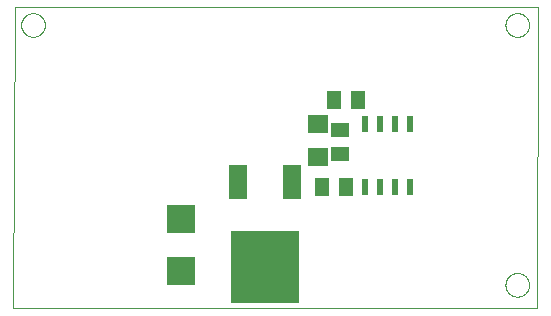
<source format=gtp>
G75*
%MOIN*%
%OFA0B0*%
%FSLAX25Y25*%
%IPPOS*%
%LPD*%
%AMOC8*
5,1,8,0,0,1.08239X$1,22.5*
%
%ADD10C,0.00000*%
%ADD11R,0.02362X0.05512*%
%ADD12R,0.22835X0.24409*%
%ADD13R,0.06299X0.11811*%
%ADD14R,0.05906X0.05118*%
%ADD15R,0.07087X0.06299*%
%ADD16R,0.09449X0.09449*%
%ADD17R,0.05118X0.05906*%
D10*
X0003833Y0004000D02*
X0178333Y0004000D01*
X0178833Y0104394D01*
X0004333Y0104394D01*
X0003833Y0004000D01*
X0006522Y0098488D02*
X0006524Y0098613D01*
X0006530Y0098738D01*
X0006540Y0098862D01*
X0006554Y0098986D01*
X0006571Y0099110D01*
X0006593Y0099233D01*
X0006619Y0099355D01*
X0006648Y0099477D01*
X0006681Y0099597D01*
X0006719Y0099716D01*
X0006759Y0099835D01*
X0006804Y0099951D01*
X0006852Y0100066D01*
X0006904Y0100180D01*
X0006960Y0100292D01*
X0007019Y0100402D01*
X0007081Y0100510D01*
X0007147Y0100617D01*
X0007216Y0100721D01*
X0007289Y0100822D01*
X0007364Y0100922D01*
X0007443Y0101019D01*
X0007525Y0101113D01*
X0007610Y0101205D01*
X0007697Y0101294D01*
X0007788Y0101380D01*
X0007881Y0101463D01*
X0007977Y0101544D01*
X0008075Y0101621D01*
X0008175Y0101695D01*
X0008278Y0101766D01*
X0008383Y0101833D01*
X0008491Y0101898D01*
X0008600Y0101958D01*
X0008711Y0102016D01*
X0008824Y0102069D01*
X0008938Y0102119D01*
X0009054Y0102166D01*
X0009171Y0102208D01*
X0009290Y0102247D01*
X0009410Y0102283D01*
X0009531Y0102314D01*
X0009653Y0102342D01*
X0009775Y0102365D01*
X0009899Y0102385D01*
X0010023Y0102401D01*
X0010147Y0102413D01*
X0010272Y0102421D01*
X0010397Y0102425D01*
X0010521Y0102425D01*
X0010646Y0102421D01*
X0010771Y0102413D01*
X0010895Y0102401D01*
X0011019Y0102385D01*
X0011143Y0102365D01*
X0011265Y0102342D01*
X0011387Y0102314D01*
X0011508Y0102283D01*
X0011628Y0102247D01*
X0011747Y0102208D01*
X0011864Y0102166D01*
X0011980Y0102119D01*
X0012094Y0102069D01*
X0012207Y0102016D01*
X0012318Y0101958D01*
X0012428Y0101898D01*
X0012535Y0101833D01*
X0012640Y0101766D01*
X0012743Y0101695D01*
X0012843Y0101621D01*
X0012941Y0101544D01*
X0013037Y0101463D01*
X0013130Y0101380D01*
X0013221Y0101294D01*
X0013308Y0101205D01*
X0013393Y0101113D01*
X0013475Y0101019D01*
X0013554Y0100922D01*
X0013629Y0100822D01*
X0013702Y0100721D01*
X0013771Y0100617D01*
X0013837Y0100510D01*
X0013899Y0100402D01*
X0013958Y0100292D01*
X0014014Y0100180D01*
X0014066Y0100066D01*
X0014114Y0099951D01*
X0014159Y0099835D01*
X0014199Y0099716D01*
X0014237Y0099597D01*
X0014270Y0099477D01*
X0014299Y0099355D01*
X0014325Y0099233D01*
X0014347Y0099110D01*
X0014364Y0098986D01*
X0014378Y0098862D01*
X0014388Y0098738D01*
X0014394Y0098613D01*
X0014396Y0098488D01*
X0014394Y0098363D01*
X0014388Y0098238D01*
X0014378Y0098114D01*
X0014364Y0097990D01*
X0014347Y0097866D01*
X0014325Y0097743D01*
X0014299Y0097621D01*
X0014270Y0097499D01*
X0014237Y0097379D01*
X0014199Y0097260D01*
X0014159Y0097141D01*
X0014114Y0097025D01*
X0014066Y0096910D01*
X0014014Y0096796D01*
X0013958Y0096684D01*
X0013899Y0096574D01*
X0013837Y0096466D01*
X0013771Y0096359D01*
X0013702Y0096255D01*
X0013629Y0096154D01*
X0013554Y0096054D01*
X0013475Y0095957D01*
X0013393Y0095863D01*
X0013308Y0095771D01*
X0013221Y0095682D01*
X0013130Y0095596D01*
X0013037Y0095513D01*
X0012941Y0095432D01*
X0012843Y0095355D01*
X0012743Y0095281D01*
X0012640Y0095210D01*
X0012535Y0095143D01*
X0012427Y0095078D01*
X0012318Y0095018D01*
X0012207Y0094960D01*
X0012094Y0094907D01*
X0011980Y0094857D01*
X0011864Y0094810D01*
X0011747Y0094768D01*
X0011628Y0094729D01*
X0011508Y0094693D01*
X0011387Y0094662D01*
X0011265Y0094634D01*
X0011143Y0094611D01*
X0011019Y0094591D01*
X0010895Y0094575D01*
X0010771Y0094563D01*
X0010646Y0094555D01*
X0010521Y0094551D01*
X0010397Y0094551D01*
X0010272Y0094555D01*
X0010147Y0094563D01*
X0010023Y0094575D01*
X0009899Y0094591D01*
X0009775Y0094611D01*
X0009653Y0094634D01*
X0009531Y0094662D01*
X0009410Y0094693D01*
X0009290Y0094729D01*
X0009171Y0094768D01*
X0009054Y0094810D01*
X0008938Y0094857D01*
X0008824Y0094907D01*
X0008711Y0094960D01*
X0008600Y0095018D01*
X0008490Y0095078D01*
X0008383Y0095143D01*
X0008278Y0095210D01*
X0008175Y0095281D01*
X0008075Y0095355D01*
X0007977Y0095432D01*
X0007881Y0095513D01*
X0007788Y0095596D01*
X0007697Y0095682D01*
X0007610Y0095771D01*
X0007525Y0095863D01*
X0007443Y0095957D01*
X0007364Y0096054D01*
X0007289Y0096154D01*
X0007216Y0096255D01*
X0007147Y0096359D01*
X0007081Y0096466D01*
X0007019Y0096574D01*
X0006960Y0096684D01*
X0006904Y0096796D01*
X0006852Y0096910D01*
X0006804Y0097025D01*
X0006759Y0097141D01*
X0006719Y0097260D01*
X0006681Y0097379D01*
X0006648Y0097499D01*
X0006619Y0097621D01*
X0006593Y0097743D01*
X0006571Y0097866D01*
X0006554Y0097990D01*
X0006540Y0098114D01*
X0006530Y0098238D01*
X0006524Y0098363D01*
X0006522Y0098488D01*
X0167940Y0098488D02*
X0167942Y0098613D01*
X0167948Y0098738D01*
X0167958Y0098862D01*
X0167972Y0098986D01*
X0167989Y0099110D01*
X0168011Y0099233D01*
X0168037Y0099355D01*
X0168066Y0099477D01*
X0168099Y0099597D01*
X0168137Y0099716D01*
X0168177Y0099835D01*
X0168222Y0099951D01*
X0168270Y0100066D01*
X0168322Y0100180D01*
X0168378Y0100292D01*
X0168437Y0100402D01*
X0168499Y0100510D01*
X0168565Y0100617D01*
X0168634Y0100721D01*
X0168707Y0100822D01*
X0168782Y0100922D01*
X0168861Y0101019D01*
X0168943Y0101113D01*
X0169028Y0101205D01*
X0169115Y0101294D01*
X0169206Y0101380D01*
X0169299Y0101463D01*
X0169395Y0101544D01*
X0169493Y0101621D01*
X0169593Y0101695D01*
X0169696Y0101766D01*
X0169801Y0101833D01*
X0169909Y0101898D01*
X0170018Y0101958D01*
X0170129Y0102016D01*
X0170242Y0102069D01*
X0170356Y0102119D01*
X0170472Y0102166D01*
X0170589Y0102208D01*
X0170708Y0102247D01*
X0170828Y0102283D01*
X0170949Y0102314D01*
X0171071Y0102342D01*
X0171193Y0102365D01*
X0171317Y0102385D01*
X0171441Y0102401D01*
X0171565Y0102413D01*
X0171690Y0102421D01*
X0171815Y0102425D01*
X0171939Y0102425D01*
X0172064Y0102421D01*
X0172189Y0102413D01*
X0172313Y0102401D01*
X0172437Y0102385D01*
X0172561Y0102365D01*
X0172683Y0102342D01*
X0172805Y0102314D01*
X0172926Y0102283D01*
X0173046Y0102247D01*
X0173165Y0102208D01*
X0173282Y0102166D01*
X0173398Y0102119D01*
X0173512Y0102069D01*
X0173625Y0102016D01*
X0173736Y0101958D01*
X0173846Y0101898D01*
X0173953Y0101833D01*
X0174058Y0101766D01*
X0174161Y0101695D01*
X0174261Y0101621D01*
X0174359Y0101544D01*
X0174455Y0101463D01*
X0174548Y0101380D01*
X0174639Y0101294D01*
X0174726Y0101205D01*
X0174811Y0101113D01*
X0174893Y0101019D01*
X0174972Y0100922D01*
X0175047Y0100822D01*
X0175120Y0100721D01*
X0175189Y0100617D01*
X0175255Y0100510D01*
X0175317Y0100402D01*
X0175376Y0100292D01*
X0175432Y0100180D01*
X0175484Y0100066D01*
X0175532Y0099951D01*
X0175577Y0099835D01*
X0175617Y0099716D01*
X0175655Y0099597D01*
X0175688Y0099477D01*
X0175717Y0099355D01*
X0175743Y0099233D01*
X0175765Y0099110D01*
X0175782Y0098986D01*
X0175796Y0098862D01*
X0175806Y0098738D01*
X0175812Y0098613D01*
X0175814Y0098488D01*
X0175812Y0098363D01*
X0175806Y0098238D01*
X0175796Y0098114D01*
X0175782Y0097990D01*
X0175765Y0097866D01*
X0175743Y0097743D01*
X0175717Y0097621D01*
X0175688Y0097499D01*
X0175655Y0097379D01*
X0175617Y0097260D01*
X0175577Y0097141D01*
X0175532Y0097025D01*
X0175484Y0096910D01*
X0175432Y0096796D01*
X0175376Y0096684D01*
X0175317Y0096574D01*
X0175255Y0096466D01*
X0175189Y0096359D01*
X0175120Y0096255D01*
X0175047Y0096154D01*
X0174972Y0096054D01*
X0174893Y0095957D01*
X0174811Y0095863D01*
X0174726Y0095771D01*
X0174639Y0095682D01*
X0174548Y0095596D01*
X0174455Y0095513D01*
X0174359Y0095432D01*
X0174261Y0095355D01*
X0174161Y0095281D01*
X0174058Y0095210D01*
X0173953Y0095143D01*
X0173845Y0095078D01*
X0173736Y0095018D01*
X0173625Y0094960D01*
X0173512Y0094907D01*
X0173398Y0094857D01*
X0173282Y0094810D01*
X0173165Y0094768D01*
X0173046Y0094729D01*
X0172926Y0094693D01*
X0172805Y0094662D01*
X0172683Y0094634D01*
X0172561Y0094611D01*
X0172437Y0094591D01*
X0172313Y0094575D01*
X0172189Y0094563D01*
X0172064Y0094555D01*
X0171939Y0094551D01*
X0171815Y0094551D01*
X0171690Y0094555D01*
X0171565Y0094563D01*
X0171441Y0094575D01*
X0171317Y0094591D01*
X0171193Y0094611D01*
X0171071Y0094634D01*
X0170949Y0094662D01*
X0170828Y0094693D01*
X0170708Y0094729D01*
X0170589Y0094768D01*
X0170472Y0094810D01*
X0170356Y0094857D01*
X0170242Y0094907D01*
X0170129Y0094960D01*
X0170018Y0095018D01*
X0169908Y0095078D01*
X0169801Y0095143D01*
X0169696Y0095210D01*
X0169593Y0095281D01*
X0169493Y0095355D01*
X0169395Y0095432D01*
X0169299Y0095513D01*
X0169206Y0095596D01*
X0169115Y0095682D01*
X0169028Y0095771D01*
X0168943Y0095863D01*
X0168861Y0095957D01*
X0168782Y0096054D01*
X0168707Y0096154D01*
X0168634Y0096255D01*
X0168565Y0096359D01*
X0168499Y0096466D01*
X0168437Y0096574D01*
X0168378Y0096684D01*
X0168322Y0096796D01*
X0168270Y0096910D01*
X0168222Y0097025D01*
X0168177Y0097141D01*
X0168137Y0097260D01*
X0168099Y0097379D01*
X0168066Y0097499D01*
X0168037Y0097621D01*
X0168011Y0097743D01*
X0167989Y0097866D01*
X0167972Y0097990D01*
X0167958Y0098114D01*
X0167948Y0098238D01*
X0167942Y0098363D01*
X0167940Y0098488D01*
X0167940Y0011874D02*
X0167942Y0011999D01*
X0167948Y0012124D01*
X0167958Y0012248D01*
X0167972Y0012372D01*
X0167989Y0012496D01*
X0168011Y0012619D01*
X0168037Y0012741D01*
X0168066Y0012863D01*
X0168099Y0012983D01*
X0168137Y0013102D01*
X0168177Y0013221D01*
X0168222Y0013337D01*
X0168270Y0013452D01*
X0168322Y0013566D01*
X0168378Y0013678D01*
X0168437Y0013788D01*
X0168499Y0013896D01*
X0168565Y0014003D01*
X0168634Y0014107D01*
X0168707Y0014208D01*
X0168782Y0014308D01*
X0168861Y0014405D01*
X0168943Y0014499D01*
X0169028Y0014591D01*
X0169115Y0014680D01*
X0169206Y0014766D01*
X0169299Y0014849D01*
X0169395Y0014930D01*
X0169493Y0015007D01*
X0169593Y0015081D01*
X0169696Y0015152D01*
X0169801Y0015219D01*
X0169909Y0015284D01*
X0170018Y0015344D01*
X0170129Y0015402D01*
X0170242Y0015455D01*
X0170356Y0015505D01*
X0170472Y0015552D01*
X0170589Y0015594D01*
X0170708Y0015633D01*
X0170828Y0015669D01*
X0170949Y0015700D01*
X0171071Y0015728D01*
X0171193Y0015751D01*
X0171317Y0015771D01*
X0171441Y0015787D01*
X0171565Y0015799D01*
X0171690Y0015807D01*
X0171815Y0015811D01*
X0171939Y0015811D01*
X0172064Y0015807D01*
X0172189Y0015799D01*
X0172313Y0015787D01*
X0172437Y0015771D01*
X0172561Y0015751D01*
X0172683Y0015728D01*
X0172805Y0015700D01*
X0172926Y0015669D01*
X0173046Y0015633D01*
X0173165Y0015594D01*
X0173282Y0015552D01*
X0173398Y0015505D01*
X0173512Y0015455D01*
X0173625Y0015402D01*
X0173736Y0015344D01*
X0173846Y0015284D01*
X0173953Y0015219D01*
X0174058Y0015152D01*
X0174161Y0015081D01*
X0174261Y0015007D01*
X0174359Y0014930D01*
X0174455Y0014849D01*
X0174548Y0014766D01*
X0174639Y0014680D01*
X0174726Y0014591D01*
X0174811Y0014499D01*
X0174893Y0014405D01*
X0174972Y0014308D01*
X0175047Y0014208D01*
X0175120Y0014107D01*
X0175189Y0014003D01*
X0175255Y0013896D01*
X0175317Y0013788D01*
X0175376Y0013678D01*
X0175432Y0013566D01*
X0175484Y0013452D01*
X0175532Y0013337D01*
X0175577Y0013221D01*
X0175617Y0013102D01*
X0175655Y0012983D01*
X0175688Y0012863D01*
X0175717Y0012741D01*
X0175743Y0012619D01*
X0175765Y0012496D01*
X0175782Y0012372D01*
X0175796Y0012248D01*
X0175806Y0012124D01*
X0175812Y0011999D01*
X0175814Y0011874D01*
X0175812Y0011749D01*
X0175806Y0011624D01*
X0175796Y0011500D01*
X0175782Y0011376D01*
X0175765Y0011252D01*
X0175743Y0011129D01*
X0175717Y0011007D01*
X0175688Y0010885D01*
X0175655Y0010765D01*
X0175617Y0010646D01*
X0175577Y0010527D01*
X0175532Y0010411D01*
X0175484Y0010296D01*
X0175432Y0010182D01*
X0175376Y0010070D01*
X0175317Y0009960D01*
X0175255Y0009852D01*
X0175189Y0009745D01*
X0175120Y0009641D01*
X0175047Y0009540D01*
X0174972Y0009440D01*
X0174893Y0009343D01*
X0174811Y0009249D01*
X0174726Y0009157D01*
X0174639Y0009068D01*
X0174548Y0008982D01*
X0174455Y0008899D01*
X0174359Y0008818D01*
X0174261Y0008741D01*
X0174161Y0008667D01*
X0174058Y0008596D01*
X0173953Y0008529D01*
X0173845Y0008464D01*
X0173736Y0008404D01*
X0173625Y0008346D01*
X0173512Y0008293D01*
X0173398Y0008243D01*
X0173282Y0008196D01*
X0173165Y0008154D01*
X0173046Y0008115D01*
X0172926Y0008079D01*
X0172805Y0008048D01*
X0172683Y0008020D01*
X0172561Y0007997D01*
X0172437Y0007977D01*
X0172313Y0007961D01*
X0172189Y0007949D01*
X0172064Y0007941D01*
X0171939Y0007937D01*
X0171815Y0007937D01*
X0171690Y0007941D01*
X0171565Y0007949D01*
X0171441Y0007961D01*
X0171317Y0007977D01*
X0171193Y0007997D01*
X0171071Y0008020D01*
X0170949Y0008048D01*
X0170828Y0008079D01*
X0170708Y0008115D01*
X0170589Y0008154D01*
X0170472Y0008196D01*
X0170356Y0008243D01*
X0170242Y0008293D01*
X0170129Y0008346D01*
X0170018Y0008404D01*
X0169908Y0008464D01*
X0169801Y0008529D01*
X0169696Y0008596D01*
X0169593Y0008667D01*
X0169493Y0008741D01*
X0169395Y0008818D01*
X0169299Y0008899D01*
X0169206Y0008982D01*
X0169115Y0009068D01*
X0169028Y0009157D01*
X0168943Y0009249D01*
X0168861Y0009343D01*
X0168782Y0009440D01*
X0168707Y0009540D01*
X0168634Y0009641D01*
X0168565Y0009745D01*
X0168499Y0009852D01*
X0168437Y0009960D01*
X0168378Y0010070D01*
X0168322Y0010182D01*
X0168270Y0010296D01*
X0168222Y0010411D01*
X0168177Y0010527D01*
X0168137Y0010646D01*
X0168099Y0010765D01*
X0168066Y0010885D01*
X0168037Y0011007D01*
X0168011Y0011129D01*
X0167989Y0011252D01*
X0167972Y0011376D01*
X0167958Y0011500D01*
X0167948Y0011624D01*
X0167942Y0011749D01*
X0167940Y0011874D01*
D11*
X0136235Y0044390D03*
X0131235Y0044390D03*
X0126235Y0044390D03*
X0121235Y0044390D03*
X0121235Y0065650D03*
X0126235Y0065650D03*
X0131235Y0065650D03*
X0136235Y0065650D03*
D12*
X0087833Y0017732D03*
D13*
X0078778Y0046000D03*
X0096888Y0046000D03*
D14*
X0112833Y0055563D03*
X0112833Y0063437D03*
D15*
X0105333Y0065512D03*
X0105333Y0054488D03*
D16*
X0059833Y0033661D03*
X0059833Y0016339D03*
D17*
X0106896Y0044500D03*
X0114770Y0044500D03*
X0110896Y0073500D03*
X0118770Y0073500D03*
M02*

</source>
